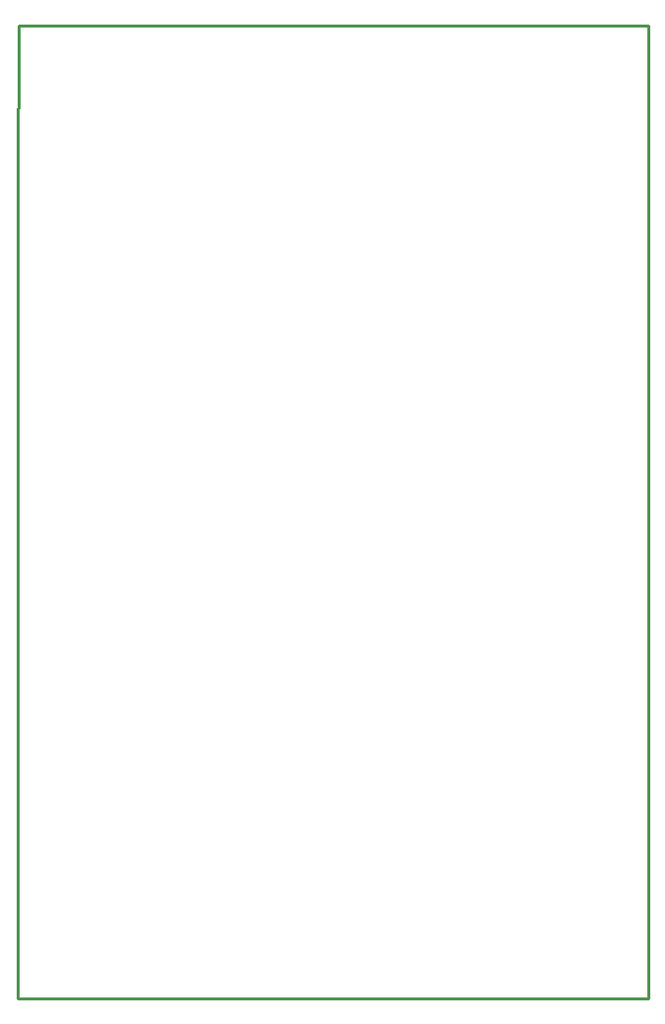
<source format=gko>
G04 Layer: BoardOutlineLayer*
G04 EasyEDA v6.5.44, 2024-07-16 08:44:05*
G04 f322a21155e64bfca94832d5c325404b,a277f855c1dd484d8ea612a13ca666de,10*
G04 Gerber Generator version 0.2*
G04 Scale: 100 percent, Rotated: No, Reflected: No *
G04 Dimensions in millimeters *
G04 leading zeros omitted , absolute positions ,4 integer and 5 decimal *
%FSLAX45Y45*%
%MOMM*%

%ADD10C,0.2540*%
D10*
X700023Y13999971D02*
G01*
X697229Y14706600D01*
X6121400Y14706600D01*
X6121400Y6337300D01*
X685800Y6337300D01*
X685800Y13999971D01*
X700023Y13999971D01*

%LPD*%
M02*

</source>
